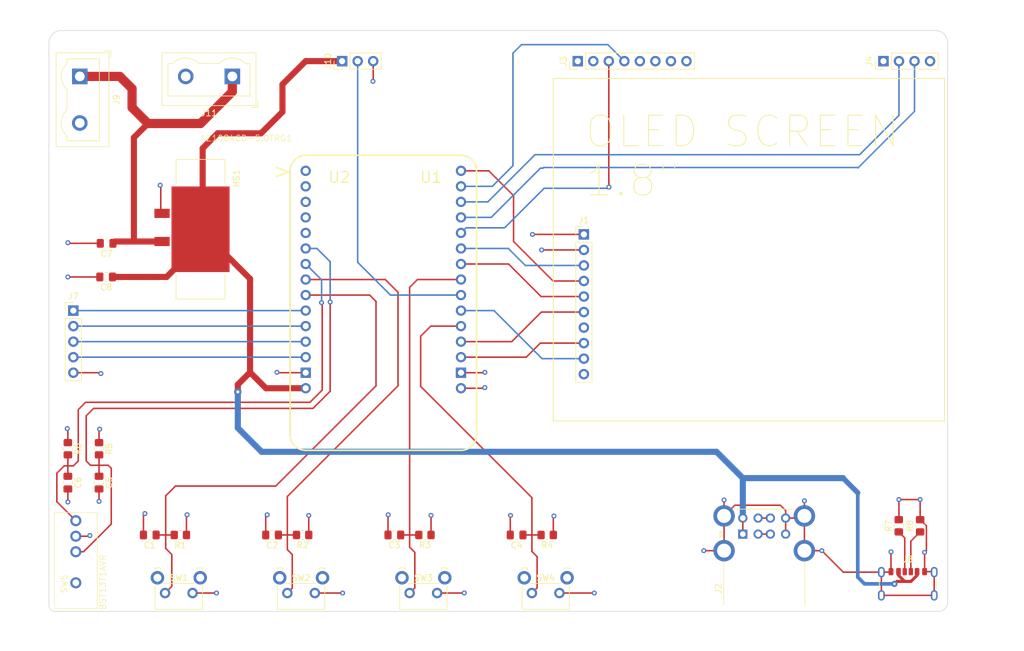
<source format=kicad_pcb>
(kicad_pcb (version 20240108) (generator "pcbnew") (generator_version "8.0")
  (title_block (title "PCB pour le shield de la table") (date "2024-10-11") (rev "1.0") (company "Cégep de Saint-Laurent") (comment 1 "243.BA Internet et Robotique") (comment 2 "XU, Jia Peng"))
  (layers (0 "F.Cu" signal) (1 "In1.Cu" power) (2 "In2.Cu" power) (31 "B.Cu" signal) (34 "B.Paste" user) (35 "F.Paste" user) (36 "B.SilkS" user "B.Silkscreen") (37 "F.SilkS" user "F.Silkscreen") (38 "B.Mask" user) (39 "F.Mask" user) (44 "Edge.Cuts" user))
  (net 0 "")
  (net 1 "SW1_OUT")
  (net 2 "GND")
  (net 3 "SW2_OUT")
  (net 4 "SW3_OUT")
  (net 5 "SW4_OUT")
  (net 6 "SW5_OUT1")
  (net 7 "SW5_OUT2")
  (net 8 "+12V")
  (net 9 "+5V")
  (net 10 "+3V3")
  (net 11 "LCD_CS")
  (net 12 "DC")
  (net 14 "RST")
  (net 16 "SCK")
  (net 17 "MISO")
  (net 18 "MOSI")
  (net 19 "Net-(J2-D1+)")
  (net 20 "Net-(J2-D2+)")
  (net 21 "MPU6050 SDA")
  (net 23 "MPU6050 SCL")
  (net 27 "US TRIG")
  (net 28 "US ECHO")
  (net 29 "IN3")
  (net 30 "IN1")
  (net 31 "IN4")
  (net 32 "IN2")
  (net 33 "Net-(J8-CC1)")
  (net 34 "Net-(J8-CC2)")
  (net 35 "LED DATA")
  (footprint "Capacitor_SMD:C_0805_2012Metric_Pad1.18x1.45mm_HandSolder" (layer "F.Cu") (at 76.6 106.4375 -90)
    (property "Reference" "C6" (at 0 -1.68 90) (layer "F.SilkS"))
    (property "Value" "7u7")
    (pad "1" smd roundrect (at -1.0375 0 270) (size 1.175 1.45) (layers "F.Cu" "F.Paste" "F.Mask") (roundrect_rratio 0.212766) (net 7 "SW5_OUT2"))
    (pad "2" smd roundrect (at 1.0375 0 270) (size 1.175 1.45) (layers "F.Cu" "F.Paste" "F.Mask") (roundrect_rratio 0.212766) (net 2 "GND"))
  )
  (footprint "JiaLib:BST13T1AVR" (layer "F.Cu") (at 77.9 122.825 90)
    (property "Reference" "SW5" (at -0.175 -1.9 90) (layer "F.SilkS") (effects (font (thickness 0.1))))
    (property "Value" "SW_SPDT_MSM")
    (fp_text user "BST13T1AVR" (at -4.5 5 90) (layer "F.SilkS") (effects (font (thickness 0.1)) (justify left bottom)))
    (pad "" np_thru_hole circle (at 0 0 90) (size 1.8 1.8) (drill 1.1) (layers "F&B.Cu" "*.Mask"))
    (pad "1" thru_hole circle (at 5.08 0 90) (size 1.8 1.8) (drill 1.1) (layers "*.Cu" "*.Mask") (net 6 "SW5_OUT1"))
    (pad "2" thru_hole circle (at 7.62 0 90) (size 1.8 1.8) (drill 1.1) (layers "*.Cu" "*.Mask") (net 2 "GND"))
    (pad "3" thru_hole circle (at 10.16 0 90) (size 1.8 1.8) (drill 1.1) (layers "*.Cu" "*.Mask") (net 7 "SW5_OUT2"))
  )
  (footprint "0CSL_D1_V1:Tactile_90_TE" (layer "F.Cu") (at 137 124.5 180)
    (property "Reference" "SW3" (at 2.25 2.5 0) (layer "F.SilkS"))
    (property "Value" "SW_Push")
    (pad "" thru_hole circle (at -1.25 2.5) (size 2.2 2.2) (drill 1.3) (layers "*.Cu" "*.Mask"))
    (pad "" thru_hole circle (at 5.75 2.5) (size 2.2 2.2) (drill 1.3) (layers "*.Cu" "*.Mask"))
    (pad "1" thru_hole circle (at 0 0) (size 1.7 1.7) (drill 1) (layers "*.Cu" "*.Mask") (net 2 "GND"))
    (pad "2" thru_hole circle (at 4.5 0) (size 1.7 1.7) (drill 1) (layers "*.Cu" "*.Mask") (net 4 "SW3_OUT"))
  )
  (footprint "TerminalBlock:TerminalBlock_Wuerth_691311400102_P7.62mm" (layer "F.Cu") (at 78.55 40 -90)
    (property "Reference" "J9" (at 3.81 -6 90) (layer "F.SilkS"))
    (property "Value" "Dual H-Brdige Power")
    (pad "1" thru_hole rect (at 0 0 270) (size 2.54 2.54) (drill 1.6) (layers "*.Cu" "*.Mask") (net 8 "+12V"))
    (pad "2" thru_hole circle (at 7.62 0 270) (size 2.54 2.54) (drill 1.6) (layers "*.Cu" "*.Mask") (net 2 "GND"))
  )
  (footprint "TerminalBlock:TerminalBlock_Wuerth_691311400102_P7.62mm" (layer "F.Cu") (at 103.5 40 180)
    (property "Reference" "J11" (at 3.81 -6 0) (layer "F.SilkS"))
    (property "Value" "PSU screw terminal")
    (pad "1" thru_hole rect (at 0 0 180) (size 2.54 2.54) (drill 1.6) (layers "*.Cu" "*.Mask") (net 8 "+12V"))
    (pad "2" thru_hole circle (at 7.62 0 180) (size 2.54 2.54) (drill 1.6) (layers "*.Cu" "*.Mask") (net 2 "GND"))
  )
  (footprint "Connector_USB:USB_C_Receptacle_GCT_USB4125-xx-x-0190_6P_TopMnt_Horizontal" (layer "F.Cu") (at 213.98 124.08)
    (property "Reference" "J8" (at 0 -5.1 0) (layer "F.SilkS"))
    (property "Value" "USB_C_Receptacle_PowerOnly_6P")
    (pad "A5" smd roundrect (at -0.5 -3.08) (size 0.7 1.2) (layers "F.Cu" "F.Paste" "F.Mask") (net 33 "Net-(J8-CC1)"))
    (pad "A9" smd roundrect (at 1.52 -3.08 180) (size 0.76 1.2) (layers "F.Cu" "F.Paste" "F.Mask") (net 9 "+5V"))
    (pad "A12" smd roundrect (at 2.75 -3.08 180) (size 0.8 1.2) (layers "F.Cu" "F.Paste" "F.Mask") (net 2 "GND"))
    (pad "B5" smd roundrect (at 0.5 -3.08 180) (size 0.7 1.2) (layers "F.Cu" "F.Paste" "F.Mask") (net 34 "Net-(J8-CC2)"))
    (pad "B9" smd roundrect (at -1.52 -3.08) (size 0.76 1.2) (layers "F.Cu" "F.Paste" "F.Mask") (net 9 "+5V"))
    (pad "B12" smd roundrect (at -2.75 -3.08) (size 0.8 1.2) (layers "F.Cu" "F.Paste" "F.Mask") (net 2 "GND"))
    (pad "S1" thru_hole oval (at -4.32 -3) (size 1.1 1.7) (drill oval 0.6 1.2) (layers "*.Cu" "*.Mask" "F.Paste") (net 2 "GND"))
    (pad "S1" thru_hole oval (at -4.32 0.8) (size 1.1 1.7) (drill oval 0.6 1.2) (layers "*.Cu" "*.Mask" "F.Paste") (net 2 "GND"))
    (pad "S1" thru_hole oval (at 4.32 -3) (size 1.1 1.7) (drill oval 0.6 1.2) (layers "*.Cu" "*.Mask" "F.Paste") (net 2 "GND"))
    (pad "S1" thru_hole oval (at 4.32 0.8) (size 1.1 1.7) (drill oval 0.6 1.2) (layers "*.Cu" "*.Mask" "F.Paste") (net 2 "GND"))
  )
  (footprint "Resistor_SMD:R_0805_2012Metric_Pad1.20x1.40mm_HandSolder" (layer "F.Cu") (at 135 115 180)
    (property "Reference" "R3" (at 0 -1.65 0) (layer "F.SilkS"))
    (property "Value" "10k")
    (pad "1" smd roundrect (at -1 0 180) (size 1.2 1.4) (layers "F.Cu" "F.Paste" "F.Mask") (roundrect_rratio 0.208333) (net 10 "+3V3"))
    (pad "2" smd roundrect (at 1 0 180) (size 1.2 1.4) (layers "F.Cu" "F.Paste" "F.Mask") (roundrect_rratio 0.208333) (net 4 "SW3_OUT"))
  )
  (footprint "Capacitor_SMD:C_0805_2012Metric_Pad1.18x1.45mm_HandSolder" (layer "F.Cu") (at 110 115 180)
    (property "Reference" "C2" (at 0 -1.68 0) (layer "F.SilkS"))
    (property "Value" "7u7")
    (pad "1" smd roundrect (at -1.0375 0 180) (size 1.175 1.45) (layers "F.Cu" "F.Paste" "F.Mask") (roundrect_rratio 0.212766) (net 3 "SW2_OUT"))
    (pad "2" smd roundrect (at 1.0375 0 180) (size 1.175 1.45) (layers "F.Cu" "F.Paste" "F.Mask") (roundrect_rratio 0.212766) (net 2 "GND"))
  )
  (footprint "Connector_PinHeader_2.54mm:PinHeader_1x05_P2.54mm_Vertical" (layer "F.Cu") (at 77.5 78.3)
    (property "Reference" "J7" (at 0 -2.33 0) (layer "F.SilkS"))
    (property "Value" "Dual H-Bridge Control")
    (pad "1" thru_hole rect (at 0 0) (size 1.7 1.7) (drill 1) (layers "*.Cu" "*.Mask") (net 30 "IN1"))
    (pad "2" thru_hole oval (at 0 2.54) (size 1.7 1.7) (drill 1) (layers "*.Cu" "*.Mask") (net 32 "IN2"))
    (pad "3" thru_hole oval (at 0 5.08) (size 1.7 1.7) (drill 1) (layers "*.Cu" "*.Mask") (net 29 "IN3"))
    (pad "4" thru_hole oval (at 0 7.62) (size 1.7 1.7) (drill 1) (layers "*.Cu" "*.Mask") (net 31 "IN4"))
    (pad "5" thru_hole oval (at 0 10.16) (size 1.7 1.7) (drill 1) (layers "*.Cu" "*.Mask") (net 2 "GND"))
  )
  (footprint "Connector_USB:USB_A_CUI_UJ2-ADH-TH_Horizontal_Stacked" (layer "F.Cu") (at 187 114.857685 90)
    (property "Reference" "J2" (at -8.92 -3.99 90) (layer "F.SilkS"))
    (property "Value" "USB_A_Stacked")
    (pad "1" thru_hole rect (at 0 0 90) (size 1.5 1.5) (drill 0.92) (layers "*.Cu" "*.Mask") (net 9 "+5V"))
    (pad "2" thru_hole circle (at 0 2.5 90) (size 1.5 1.5) (drill 0.92) (layers "*.Cu" "*.Mask") (net 19 "Net-(J2-D1+)"))
    (pad "3" thru_hole circle (at 0 4.5 90) (size 1.5 1.5) (drill 0.92) (layers "*.Cu" "*.Mask") (net 19 "Net-(J2-D1+)"))
    (pad "4" thru_hole circle (at 0 7 90) (size 1.5 1.5) (drill 0.92) (layers "*.Cu" "*.Mask") (net 2 "GND"))
    (pad "5" thru_hole circle (at 2.62 0 90) (size 1.5 1.5) (drill 0.92) (layers "*.Cu" "*.Mask") (net 9 "+5V"))
    (pad "6" thru_hole circle (at 2.62 2.5 90) (size 1.5 1.5) (drill 0.92) (layers "*.Cu" "*.Mask") (net 20 "Net-(J2-D2+)"))
    (pad "7" thru_hole circle (at 2.62 4.5 90) (size 1.5 1.5) (drill 0.92) (layers "*.Cu" "*.Mask") (net 20 "Net-(J2-D2+)"))
    (pad "8" thru_hole circle (at 2.62 7 90) (size 1.5 1.5) (drill 0.92) (layers "*.Cu" "*.Mask") (net 2 "GND"))
    (pad "9" thru_hole circle (at -2.71 -3.07 90) (size 3.5 3.5) (drill 2.3) (layers "*.Cu" "*.Mask") (net 2 "GND"))
    (pad "9" thru_hole circle (at -2.71 10.07 90) (size 3.5 3.5) (drill 2.3) (layers "*.Cu" "*.Mask") (net 2 "GND"))
    (pad "9" thru_hole circle (at 2.97 -3.07 90) (size 3.5 3.5) (drill 2.3) (layers "*.Cu" "*.Mask") (net 2 "GND"))
    (pad "9" thru_hole circle (at 2.97 10.07 90) (size 3.5 3.5) (drill 2.3) (layers "*.Cu" "*.Mask") (net 2 "GND"))
  )
  (footprint "Capacitor_SMD:C_0805_2012Metric_Pad1.18x1.45mm_HandSolder" (layer "F.Cu") (at 81.7 106.4375 -90)
    (property "Reference" "C5" (at 0 -1.68 90) (layer "F.SilkS"))
    (property "Value" "7u7")
    (pad "1" smd roundrect (at -1.0375 0 270) (size 1.175 1.45) (layers "F.Cu" "F.Paste" "F.Mask") (roundrect_rratio 0.212766) (net 6 "SW5_OUT1"))
    (pad "2" smd roundrect (at 1.0375 0 270) (size 1.175 1.45) (layers "F.Cu" "F.Paste" "F.Mask") (roundrect_rratio 0.212766) (net 2 "GND"))
  )
  (footprint "Capacitor_SMD:C_0805_2012Metric_Pad1.18x1.45mm_HandSolder" (layer "F.Cu") (at 82.9375 67.3 180)
    (property "Reference" "C7" (at 0 -1.68 0) (layer "F.SilkS"))
    (property "Value" "10u")
    (pad "1" smd roundrect (at -1.0375 0 180) (size 1.175 1.45) (layers "F.Cu" "F.Paste" "F.Mask") (roundrect_rratio 0.212766) (net 8 "+12V"))
    (pad "2" smd roundrect (at 1.0375 0 180) (size 1.175 1.45) (layers "F.Cu" "F.Paste" "F.Mask") (roundrect_rratio 0.212766) (net 2 "GND"))
  )
  (footprint "Connector_PinHeader_2.54mm:PinHeader_1x10_P2.54mm_Vertical" (layer "F.Cu") (at 161 65.84)
    (property "Reference" "J1" (at 0 -2.33 0) (layer "F.SilkS"))
    (property "Value" "1.8\" OLED DISPLAY")
    (pad "1" thru_hole rect (at 0 0) (size 1.7 1.7) (drill 1) (layers "*.Cu" "*.Mask") (net 10 "+3V3"))
    (pad "2" thru_hole oval (at 0 2.54) (size 1.7 1.7) (drill 1) (layers "*.Cu" "*.Mask") (net 2 "GND"))
    (pad "3" thru_hole oval (at 0 5.08) (size 1.7 1.7) (drill 1) (layers "*.Cu" "*.Mask") (net 17 "MISO"))
    (pad "4" thru_hole oval (at 0 7.62) (size 1.7 1.7) (drill 1) (layers "*.Cu" "*.Mask") (net 18 "MOSI"))
    (pad "5" thru_hole oval (at 0 10.16) (size 1.7 1.7) (drill 1) (layers "*.Cu" "*.Mask") (net 16 "SCK"))
    (pad "6" thru_hole oval (at 0 12.7) (size 1.7 1.7) (drill 1) (layers "*.Cu" "*.Mask") (net 11 "LCD_CS"))
    (pad "7" thru_hole oval (at 0 15.24) (size 1.7 1.7) (drill 1) (layers "*.Cu" "*.Mask"))
    (pad "8" thru_hole oval (at 0 17.78) (size 1.7 1.7) (drill 1) (layers "*.Cu" "*.Mask") (net 12 "DC"))
    (pad "9" thru_hole oval (at 0 20.32) (size 1.7 1.7) (drill 1) (layers "*.Cu" "*.Mask") (net 14 "RST"))
    (pad "10" thru_hole oval (at 0 22.86) (size 1.7 1.7) (drill 1) (layers "*.Cu" "*.Mask"))
  )
  (footprint "Capacitor_SMD:C_0805_2012Metric_Pad1.18x1.45mm_HandSolder" (layer "F.Cu") (at 150 115 180)
    (property "Reference" "C4" (at 0 -1.68 0) (layer "F.SilkS"))
    (property "Value" "7u7")
    (pad "1" smd roundrect (at -1.0375 0 180) (size 1.175 1.45) (layers "F.Cu" "F.Paste" "F.Mask") (roundrect_rratio 0.212766) (net 5 "SW4_OUT"))
    (pad "2" smd roundrect (at 1.0375 0 180) (size 1.175 1.45) (layers "F.Cu" "F.Paste" "F.Mask") (roundrect_rratio 0.212766) (net 2 "GND"))
  )
  (footprint "HEATSINK_573100D00000G:HEATSINK_573100D00000G" (layer "F.Cu") (at 98.3 65 -90)
    (property "Reference" "HS1" (at -8.325 -5.875 90) (layer "F.SilkS"))
    (property "Value" "Heatsink_Pad")
    (pad "1" smd rect (at 0 0 270) (size 14 9.5) (layers "F.Cu") (net 9 "+5V"))
  )
  (footprint "Resistor_SMD:R_0805_2012Metric_Pad1.20x1.40mm_HandSolder" (layer "F.Cu") (at 95 115 180)
    (property "Reference" "R1" (at 0 -1.65 0) (layer "F.SilkS"))
    (property "Value" "10k")
    (pad "1" smd roundrect (at -1 0 180) (size 1.2 1.4) (layers "F.Cu" "F.Paste" "F.Mask") (roundrect_rratio 0.208333) (net 10 "+3V3"))
    (pad "2" smd roundrect (at 1 0 180) (size 1.2 1.4) (layers "F.Cu" "F.Paste" "F.Mask") (roundrect_rratio 0.208333) (net 1 "SW1_OUT"))
  )
  (footprint "JiaLib:AZ1084CD-5.0TRG1" (layer "F.Cu") (at 107.25 54.7 -90)
    (property "Reference" "U2" (at 1.8 -13.75 0) (layer "F.SilkS") (effects (font (size 1.778 1.778) (thickness 0.2032))))
    (property "Value" "AZ1084-5.0")
    (fp_text user "AZ1084CD-5.0TRG1 " (at -4 9 0) (layer "F.SilkS") (effects (font (thickness 0.1)) (justify left bottom)))
    (pad "1" smd rect (at 7.7 15.25 270) (size 1.5 2.5) (layers "F.Cu" "F.Paste" "F.Mask") (net 2 "GND"))
    (pad "2" smd rect (at 10 8.4 270) (size 7 7) (layers "F.Cu" "F.Paste" "F.Mask") (net 9 "+5V"))
    (pad "3" smd rect (at 12.3 15.25 270) (size 1.5 2.5) (layers "F.Cu" "F.Paste" "F.Mask") (net 8 "+12V"))
  )
  (footprint "Capacitor_SMD:C_0805_2012Metric_Pad1.18x1.45mm_HandSolder" (layer "F.Cu") (at 90 115 180)
    (property "Reference" "C1" (at 0 -1.68 0) (layer "F.SilkS"))
    (property "Value" "7u7")
    (pad "1" smd roundrect (at -1.0375 0 180) (size 1.175 1.45) (layers "F.Cu" "F.Paste" "F.Mask") (roundrect_rratio 0.212766) (net 1 "SW1_OUT"))
    (pad "2" smd roundrect (at 1.0375 0 180) (size 1.175 1.45) (layers "F.Cu" "F.Paste" "F.Mask") (roundrect_rratio 0.212766) (net 2 "GND"))
  )
  (footprint "JiaLib:ESP32_WROOM_32" (layer "F.Cu") (at 128.2 55.44)
    (property "Reference" "U1" (at 7.8 1.06 0) (layer "F.SilkS") (effects (font (size 1.778 1.778) (thickness 0.2032))))
    (property "Value" "ESP32-WROOM-32 DEVBOARD SOCKET")
    (fp_text user ">" (at -16.51 0 0) (layer "F.SilkS") (effects (font (size 2.54 2.54) (thickness 0.254))))
    (pad "1" thru_hole circle (at 12.7 35.56) (size 1.6764 1.6764) (drill 0.9906) (layers "*.Cu" "*.Mask") (net 10 "+3V3"))
    (pad "2" thru_hole rect (at 12.7 33.02) (size 1.6764 1.6764) (drill 0.9906) (layers "*.Cu" "*.Mask") (net 2 "GND"))
    (pad "3" thru_hole circle (at 12.7 30.48) (size 1.6764 1.6764) (drill 0.9906) (layers "*.Cu" "*.Mask") (net 12 "DC"))
    (pad "4" thru_hole circle (at 12.7 27.94) (size 1.6764 1.6764) (drill 0.9906) (layers "*.Cu" "*.Mask") (net 11 "LCD_CS"))
    (pad "5" thru_hole circle (at 12.7 25.4) (size 1.6764 1.6764) (drill 0.9906) (layers "*.Cu" "*.Mask") (net 5 "SW4_OUT"))
    (pad "6" thru_hole circle (at 12.7 22.86) (size 1.6764 1.6764) (drill 0.9906) (layers "*.Cu" "*.Mask") (net 14 "RST"))
    (pad "7" thru_hole circle (at 12.7 20.32) (size 1.6764 1.6764) (drill 0.9906) (layers "*.Cu" "*.Mask") (net 35 "LED DATA"))
    (pad "8" thru_hole circle (at 12.7 17.78) (size 1.6764 1.6764) (drill 0.9906) (layers "*.Cu" "*.Mask") (net 4 "SW3_OUT"))
    (pad "9" thru_hole circle (at 12.7 15.24) (size 1.6764 1.6764) (drill 0.9906) (layers "*.Cu" "*.Mask") (net 16 "SCK"))
    (pad "10" thru_hole circle (at 12.7 12.7) (size 1.6764 1.6764) (drill 0.9906) (layers "*.Cu" "*.Mask") (net 17 "MISO"))
    (pad "11" thru_hole circle (at 12.7 10.16) (size 1.6764 1.6764) (drill 0.9906) (layers "*.Cu" "*.Mask") (net 21 "MPU6050 SDA"))
    (pad "12" thru_hole circle (at 12.7 7.62) (size 1.6764 1.6764) (drill 0.9906) (layers "*.Cu" "*.Mask") (net 28 "US ECHO"))
    (pad "13" thru_hole circle (at 12.7 5.08) (size 1.6764 1.6764) (drill 0.9906) (layers "*.Cu" "*.Mask") (net 27 "US TRIG"))
    (pad "14" thru_hole circle (at 12.7 2.54) (size 1.6764 1.6764) (drill 0.9906) (layers "*.Cu" "*.Mask") (net 23 "MPU6050 SCL"))
    (pad "15" thru_hole circle (at 12.7 0) (size 1.6764 1.6764) (drill 0.9906) (layers "*.Cu" "*.Mask") (net 18 "MOSI"))
    (pad "16" thru_hole circle (at -12.7 35.56) (size 1.6764 1.6764) (drill 0.9906) (layers "*.Cu" "*.Mask") (net 9 "+5V"))
    (pad "17" thru_hole trapezoid (at -12.7 33.02) (size 1.6764 1.6764) (drill 0.9906) (layers "*.Cu" "*.Mask") (net 2 "GND"))
    (pad "18" thru_hole circle (at -12.7 30.48) (size 1.6764 1.6764) (drill 0.9906) (layers "*.Cu" "*.Mask") (net 31 "IN4"))
    (pad "19" thru_hole circle (at -12.7 27.94) (size 1.6764 1.6764) (drill 0.9906) (layers "*.Cu" "*.Mask") (net 29 "IN3"))
    (pad "20" thru_hole circle (at -12.7 25.4) (size 1.6764 1.6764) (drill 0.9906) (layers "*.Cu" "*.Mask") (net 32 "IN2"))
    (pad "21" thru_hole circle (at -12.7 22.86) (size 1.6764 1.6764) (drill 0.9906) (layers "*.Cu" "*.Mask") (net 30 "IN1"))
    (pad "22" thru_hole circle (at -12.7 20.32) (size 1.6764 1.6764) (drill 0.9906) (layers "*.Cu" "*.Mask") (net 1 "SW1_OUT"))
    (pad "23" thru_hole circle (at -12.7 17.78) (size 1.6764 1.6764) (drill 0.9906) (layers "*.Cu" "*.Mask") (net 3 "SW2_OUT"))
    (pad "24" thru_hole circle (at -12.7 15.24) (size 1.6764 1.6764) (drill 0.9906) (layers "*.Cu" "*.Mask") (net 7 "SW5_OUT2"))
    (pad "25" thru_hole circle (at -12.7 12.7) (size 1.6764 1.6764) (drill 0.9906) (layers "*.Cu" "*.Mask") (net 6 "SW5_OUT1"))
    (pad "26" thru_hole circle (at -12.7 10.16) (size 1.6764 1.6764) (drill 0.9906) (layers "*.Cu" "*.Mask"))
    (pad "27" thru_hole circle (at -12.7 7.62) (size 1.6764 1.6764) (drill 0.9906) (layers "*.Cu" "*.Mask"))
    (pad "28" thru_hole circle (at -12.7 5.08) (size 1.6764 1.6764) (drill 0.9906) (layers "*.Cu" "*.Mask"))
    (pad "29" thru_hole circle (at -12.7 2.54) (size 1.6764 1.6764) (drill 0.9906) (layers "*.Cu" "*.Mask"))
    (pad "30" thru_hole circle (at -12.7 0) (size 1.6764 1.6764) (drill 0.9906) (layers "*.Cu" "*.Mask"))
  )
  (footprint "Resistor_SMD:R_0805_2012Metric_Pad1.20x1.40mm_HandSolder" (layer "F.Cu") (at 212.5 113.5 90)
    (property "Reference" "R7" (at 0 -1.65 90) (layer "F.SilkS"))
    (property "Value" "5k1")
    (pad "1" smd roundrect (at -1 0 90) (size 1.2 1.4) (layers "F.Cu" "F.Paste" "F.Mask") (roundrect_rratio 0.208333) (net 33 "Net-(J8-CC1)"))
    (pad "2" smd roundrect (at 1 0 90) (size 1.2 1.4) (layers "F.Cu" "F.Paste" "F.Mask") (roundrect_rratio 0.208333) (net 2 "GND"))
  )
  (footprint "Capacitor_SMD:C_0805_2012Metric_Pad1.18x1.45mm_HandSolder" (layer "F.Cu") (at 130 115 180)
    (property "Reference" "C3" (at 0 -1.68 0) (layer "F.SilkS"))
    (property "Value" "7u7")
    (pad "1" smd roundrect (at -1.0375 0 180) (size 1.175 1.45) (layers "F.Cu" "F.Paste" "F.Mask") (roundrect_rratio 0.212766) (net 4 "SW3_OUT"))
    (pad "2" smd roundrect (at 1.0375 0 180) (size 1.175 1.45) (layers "F.Cu" "F.Paste" "F.Mask") (roundrect_rratio 0.212766) (net 2 "GND"))
  )
  (footprint "0CSL_D1_V1:Tactile_90_TE" (layer "F.Cu") (at 97 124.5 180)
    (property "Reference" "SW1" (at 2.25 2.5 0) (layer "F.SilkS"))
    (property "Value" "SW_Push")
    (pad "" thru_hole circle (at -1.25 2.5) (size 2.2 2.2) (drill 1.3) (layers "*.Cu" "*.Mask"))
    (pad "" thru_hole circle (at 5.75 2.5) (size 2.2 2.2) (drill 1.3) (layers "*.Cu" "*.Mask"))
    (pad "1" thru_hole circle (at 0 0) (size 1.7 1.7) (drill 1) (layers "*.Cu" "*.Mask") (net 2 "GND"))
    (pad "2" thru_hole circle (at 4.5 0) (size 1.7 1.7) (drill 1) (layers "*.Cu" "*.Mask") (net 1 "SW1_OUT"))
  )
  (footprint "Resistor_SMD:R_0805_2012Metric_Pad1.20x1.40mm_HandSolder" (layer "F.Cu") (at 216 113.5 90)
    (property "Reference" "R8" (at 0 -1.65 90) (layer "F.SilkS"))
    (property "Value" "5k1")
    (pad "1" smd roundrect (at -1 0 90) (size 1.2 1.4) (layers "F.Cu" "F.Paste" "F.Mask") (roundrect_rratio 0.208333) (net 34 "Net-(J8-CC2)"))
    (pad "2" smd roundrect (at 1 0 90) (size 1.2 1.4) (layers "F.Cu" "F.Paste" "F.Mask") (roundrect_rratio 0.208333) (net 2 "GND"))
  )
  (footprint "0CSL_D1_V1:Tactile_90_TE" (layer "F.Cu") (at 157 124.5 180)
    (property "Reference" "SW4" (at 2.25 2.5 0) (layer "F.SilkS"))
    (property "Value" "SW_Push")
    (pad "" thru_hole circle (at -1.25 2.5) (size 2.2 2.2) (drill 1.3) (layers "*.Cu" "*.Mask"))
    (pad "" thru_hole circle (at 5.75 2.5) (size 2.2 2.2) (drill 1.3) (layers "*.Cu" "*.Mask"))
    (pad "1" thru_hole circle (at 0 0) (size 1.7 1.7) (drill 1) (layers "*.Cu" "*.Mask") (net 2 "GND"))
    (pad "2" thru_hole circle (at 4.5 0) (size 1.7 1.7) (drill 1) (layers "*.Cu" "*.Mask") (net 5 "SW4_OUT"))
  )
  (footprint "Capacitor_SMD:C_0805_2012Metric_Pad1.18x1.45mm_HandSolder" (layer "F.Cu") (at 82.8625 72.8 180)
    (property "Reference" "C8" (at 0 -1.68 0) (layer "F.SilkS"))
    (property "Value" "22u")
    (pad "1" smd roundrect (at -1.0375 0 180) (size 1.175 1.45) (layers "F.Cu" "F.Paste" "F.Mask") (roundrect_rratio 0.212766) (net 9 "+5V"))
    (pad "2" smd roundrect (at 1.0375 0 180) (size 1.175 1.45) (layers "F.Cu" "F.Paste" "F.Mask") (roundrect_rratio 0.212766) (net 2 "GND"))
  )
  (footprint "Connector_PinHeader_2.54mm:PinHeader_1x08_P2.54mm_Vertical" (layer "F.Cu") (at 160 37.5 90)
    (property "Reference" "J3" (at 0 -2.33 90) (layer "F.SilkS"))
    (property "Value" "MPU6050")
    (pad "1" thru_hole rect (at 0 0 90) (size 1.7 1.7) (drill 1) (layers "*.Cu" "*.Mask") (net 10 "+3V3"))
    (pad "2" thru_hole oval (at 0 2.54 90) (size 1.7 1.7) (drill 1) (layers "*.Cu" "*.Mask") (net 2 "GND"))
    (pad "3" thru_hole oval (at 0 5.08 90) (size 1.7 1.7) (drill 1) (layers "*.Cu" "*.Mask") (net 21 "MPU6050 SDA"))
    (pad "4" thru_hole oval (at 0 7.62 90) (size 1.7 1.7) (drill 1) (layers "*.Cu" "*.Mask") (net 23 "MPU6050 SCL"))
    (pad "5" thru_hole oval (at 0 10.16 90) (size 1.7 1.7) (drill 1) (layers "*.Cu" "*.Mask"))
    (pad "6" thru_hole oval (at 0 12.7 90) (size 1.7 1.7) (drill 1) (layers "*.Cu" "*.Mask"))
    (pad "7" thru_hole oval (at 0 15.24 90) (size 1.7 1.7) (drill 1) (layers "*.Cu" "*.Mask"))
    (pad "8" thru_hole oval (at 0 17.78 90) (size 1.7 1.7) (drill 1) (layers "*.Cu" "*.Mask"))
  )
  (footprint "Resistor_SMD:R_0805_2012Metric_Pad1.20x1.40mm_HandSolder" (layer "F.Cu") (at 155 115 180)
    (property "Reference" "R4" (at 0 -1.65 0) (layer "F.SilkS"))
    (property "Value" "10k")
    (pad "1" smd roundrect (at -1 0 180) (size 1.2 1.4) (layers "F.Cu" "F.Paste" "F.Mask") (roundrect_rratio 0.208333) (net 10 "+3V3"))
    (pad "2" smd roundrect (at 1 0 180) (size 1.2 1.4) (layers "F.Cu" "F.Paste" "F.Mask") (roundrect_rratio 0.208333) (net 5 "SW4_OUT"))
  )
  (footprint "Resistor_SMD:R_0805_2012Metric_Pad1.20x1.40mm_HandSolder" (layer "F.Cu") (at 115 115 180)
    (property "Reference" "R2" (at 0 -1.65 0) (layer "F.SilkS"))
    (property "Value" "10k")
    (pad "1" smd roundrect (at -1 0 180) (size 1.2 1.4) (layers "F.Cu" "F.Paste" "F.Mask") (roundrect_rratio 0.208333) (net 10 "+3V3"))
    (pad "2" smd roundrect (at 1 0 180) (size 1.2 1.4) (layers "F.Cu" "F.Paste" "F.Mask") (roundrect_rratio 0.208333) (net 3 "SW2_OUT"))
  )
  (footprint "0CSL_D1_V1:Tactile_90_TE" (layer "F.Cu") (at 117 124.5 180)
    (property "Reference" "SW2" (at 2.25 2.5 0) (layer "F.SilkS"))
    (property "Value" "SW_Push")
    (pad "" thru_hole circle (at -1.25 2.5) (size 2.2 2.2) (drill 1.3) (layers "*.Cu" "*.Mask"))
    (pad "" thru_hole circle (at 5.75 2.5) (size 2.2 2.2) (drill 1.3) (layers "*.Cu" "*.Mask"))
    (pad "1" thru_hole circle (at 0 0) (size 1.7 1.7) (drill 1) (layers "*.Cu" "*.Mask") (net 2 "GND"))
    (pad "2" thru_hole circle (at 4.5 0) (size 1.7 1.7) (drill 1) (layers "*.Cu" "*.Mask") (net 3 "SW2_OUT"))
  )
  (footprint "Resistor_SMD:R_0805_2012Metric_Pad1.20x1.40mm_HandSolder" (layer "F.Cu") (at 81.7 100.9 -90)
    (property "Reference" "R5" (at 0 -1.65 90) (layer "F.SilkS"))
    (property "Value" "10k")
    (pad "1" smd roundrect (at -1 0 270) (size 1.2 1.4) (layers "F.Cu" "F.Paste" "F.Mask") (roundrect_rratio 0.208333) (net 10 "+3V3"))
    (pad "2" smd roundrect (at 1 0 270) (size 1.2 1.4) (layers "F.Cu" "F.Paste" "F.Mask") (roundrect_rratio 0.208333) (net 6 "SW5_OUT1"))
  )
  (footprint "Connector_PinHeader_2.54mm:PinHeader_1x04_P2.54mm_Vertical" (layer "F.Cu") (at 210 37.5 90)
    (property "Reference" "J4" (at 0 -2.33 90) (layer "F.SilkS"))
    (property "Value" "Ultrasonic Sensor")
    (pad "1" thru_hole rect (at 0 0 90) (size 1.7 1.7) (drill 1) (layers "*.Cu" "*.Mask") (net 10 "+3V3"))
    (pad "2" thru_hole oval (at 0 2.54 90) (size 1.7 1.7) (drill 1) (layers "*.Cu" "*.Mask") (net 27 "US TRIG"))
    (pad "3" thru_hole oval (at 0 5.08 90) (size 1.7 1.7) (drill 1) (layers "*.Cu" "*.Mask") (net 28 "US ECHO"))
    (pad "4" thru_hole oval (at 0 7.62 90) (size 1.7 1.7) (drill 1) (layers "*.Cu" "*.Mask") (net 2 "GND"))
  )
  (footprint "Connector_PinHeader_2.54mm:PinHeader_1x03_P2.54mm_Vertical" (layer "F.Cu") (at 121.46 37.5 90)
    (property "Reference" "J10" (at 0 -2.33 90) (layer "F.SilkS"))
    (property "Value" "LED Strip Connector")
    (pad "1" thru_hole rect (at 0 0 90) (size 1.7 1.7) (drill 1) (layers "*.Cu" "*.Mask") (net 9 "+5V"))
    (pad "2" thru_hole oval (at 0 2.54 90) (size 1.7 1.7) (drill 1) (layers "*.Cu" "*.Mask") (net 35 "LED DATA"))
    (pad "3" thru_hole oval (at 0 5.08 90) (size 1.7 1.7) (drill 1) (layers "*.Cu" "*.Mask") (net 2 "GND"))
  )
  (footprint "Resistor_SMD:R_0805_2012Metric_Pad1.20x1.40mm_HandSolder" (layer "F.Cu") (at 76.6 100.9 -90)
    (property "Reference" "R6" (at 0 -1.65 90) (layer "F.SilkS"))
    (property "Value" "10k")
    (pad "1" smd roundrect (at -1 0 270) (size 1.2 1.4) (layers "F.Cu" "F.Paste" "F.Mask") (roundrect_rratio 0.208333) (net 10 "+3V3"))
    (pad "2" smd roundrect (at 1 0 270) (size 1.2 1.4) (layers "F.Cu" "F.Paste" "F.Mask") (roundrect_rratio 0.208333) (net 7 "SW5_OUT2"))
  )
  (gr_line (start 156 40.34) (end 220 40.34) (stroke (width 0.15)) (layer "F.SilkS"))
  (gr_line (start 156 96.34) (end 156 40.34) (stroke (width 0.15)) (layer "F.SilkS"))
  (gr_line (start 220 40.34) (end 220 96.34) (stroke (width 0.15)) (layer "F.SilkS"))
  (gr_line (start 220 96.34) (end 156 96.34) (stroke (width 0.15)) (layer "F.SilkS"))
  (gr_arc (start 73.5 34.5) (mid 74.085786 33.085786) (end 75.5 32.5) (stroke (width 0.1)) (layer "Edge.Cuts"))
  (gr_line (start 73.5 34.5) (end 73.5 126.5) (stroke (width 0.1)) (layer "Edge.Cuts"))
  (gr_line (start 74.5 127.5) (end 99.5 127.5) (stroke (width 0.1)) (layer "Edge.Cuts"))
  (gr_arc (start 74.5 127.5) (mid 73.792893 127.207107) (end 73.5 126.5) (stroke (width 0.1)) (layer "Edge.Cuts"))
  (gr_arc (start 218.5 32.5) (mid 219.914214 33.085786) (end 220.5 34.5) (stroke (width 0.1)) (layer "Edge.Cuts"))
  (gr_arc (start 220.5 126) (mid 220.06066 127.06066) (end 219 127.5) (stroke (width 0.1)) (layer "Edge.Cuts"))
  (gr_line (start 218.5 32.5) (end 75.5 32.5) (stroke (width 0.1)) (layer "Edge.Cuts"))
  (gr_line (start 99.5 127.5) (end 219 127.5) (stroke (width 0.1)) (layer "Edge.Cuts"))
  (gr_line (start 220.5 126) (end 220.5 34.5) (stroke (width 0.1)) (layer "Edge.Cuts"))
  (gr_text "OLED SCREEN \n1.8{dblquote}" (at 161 60 0) (layer "F.SilkS") (effects (font (size 5 5)) (justify left bottom)))
  (segment (start 92.6 115) (end 94 115) (width 0.25) (layer "F.Cu") (net 1))
  (segment (start 93.6 118.2) (end 92.6 117.2) (width 0.25) (layer "F.Cu") (net 1))
  (segment (start 92.6 115) (end 92.6 108.6) (width 0.25) (layer "F.Cu") (net 1))
  (segment (start 93.6 123.4) (end 93.6 118.2) (width 0.25) (layer "F.Cu") (net 1))
  (segment (start 127 90.6) (end 127 76.8) (width 0.25) (layer "F.Cu") (net 1))
  (segment (start 91.0375 115) (end 92.6 115) (width 0.25) (layer "F.Cu") (net 1))
  (segment (start 125.96 75.76) (end 115.5 75.76) (width 0.25) (layer "F.Cu") (net 1))
  (segment (start 92.6 108.6) (end 94.2 107) (width 0.25) (layer "F.Cu") (net 1))
  (segment (start 92.5 124.5) (end 93.6 123.4) (width 0.25) (layer "F.Cu") (net 1))
  (segment (start 94.2 107) (end 110.6 107) (width 0.25) (layer "F.Cu") (net 1))
  (segment (start 110.6 107) (end 127 90.6) (width 0.25) (layer "F.Cu") (net 1))
  (segment (start 127 76.8) (end 125.96 75.76) (width 0.25) (layer "F.Cu") (net 1))
  (segment (start 92.6 117.2) (end 92.6 115) (width 0.25) (layer "F.Cu") (net 1))
  (segment (start 137 124.5) (end 141.41 124.5) (width 0.25) (layer "F.Cu") (net 2))
  (segment (start 212.53 112.5) (end 212.53 109.21) (width 0.25) (layer "F.Cu") (net 2))
  (segment (start 185.679999 110.137686) (end 193.137686 110.137686) (width 0.25) (layer "F.Cu") (net 2))
  (segment (start 77.9 115.205) (end 80.095 115.205) (width 0.25) (layer "F.Cu") (net 2))
  (segment (start 198.93 117.57) (end 199.918843 117.57) (width 0.25) (layer "F.Cu") (net 2))
  (segment (start 218.3 124.88) (end 218.3 121.08) (width 0.25) (layer "F.Cu") (net 2))
  (segment (start 81.9 67.3) (end 76.7 67.3) (width 0.25) (layer "F.Cu") (net 2))
  (segment (start 110.86 88.46) (end 110.8 88.4) (width 0.25) (layer "F.Cu") (net 2))
  (segment (start 209.66 124.88) (end 209.66 121.08) (width 0.25) (layer "F.Cu") (net 2))
  (segment (start 144.74 88.46) (end 144.8 88.4) (width 0.25) (layer "F.Cu") (net 2))
  (segment (start 197.441158 117.57) (end 198.93 117.57) (width 0.25) (layer "F.Cu") (net 2))
  (segment (start 180.61 117.57) (end 180.612315 117.567685) (width 0.25) (layer "F.Cu") (net 2))
  (segment (start 218.3 124.88) (end 209.66 124.88) (width 0.25) (layer "F.Cu") (net 2))
  (segment (start 115.5 88.46) (end 110.86 88.46) (width 0.25) (layer "F.Cu") (net 2))
  (segment (start 126.54 40.76) (end 126.5 40.8) (width 0.25) (layer "F.Cu") (net 2))
  (segment (start 148.9625 115) (end 148.9625 111.8375) (width 0.25) (layer "F.Cu") (net 2))
  (segment (start 183.93 111.887685) (end 185.679999 110.137686) (width 0.25) (layer "F.Cu") (net 2))
  (segment (start 197.07 111.887685) (end 197.07 117.567685) (width 0.25) (layer "F.Cu") (net 2))
  (segment (start 81.825 72.8) (end 76.6 72.8) (width 0.25) (layer "F.Cu") (net 2))
  (segment (start 155.39 68.38) (end 154.09 68.38) (width 0.25) (layer "F.Cu") (net 2))
  (segment (start 140.9 88.46) (end 144.74 88.46) (width 0.25) (layer "F.Cu") (net 2))
  (segment (start 161 68.38) (end 155.39 68.38) (width 0.25) (layer "F.Cu") (net 2))
  (segment (start 197.07 117.567685) (end 198.927685 117.567685) (width 0.25) (layer "F.Cu") (net 2))
  (segment (start 183.93 117.567685) (end 180.612315 117.567685) (width 0.25) (layer "F.Cu") (net 2))
  (segment (start 216.73 121) (end 216.73 117.85) (width 0.25) (layer "F.Cu") (net 2))
  (segment (start 76.7 67.3) (end 76.6 67.2) (width 0.25) (layer "F.Cu") (net 2))
  (segment (start 211.23 121) (end 211.23 117.76) (width 0.25) (layer "F.Cu") (net 2))
  (segment (start 157 124.5) (end 162.7 124.5) (width 0.25) (layer "F.Cu") (net 2))
  (segment (start 88.9625 115) (end 88.9625 111.7375) (width 0.25) (layer "F.Cu") (net 2))
  (segment (start 198.927685 117.567685) (end 198.93 117.57) (width 0.25) (layer "F.Cu") (net 2))
  (segment (start 88.9625 111.7375) (end 89.2 111.5) (width 0.25) (layer "F.Cu") (net 2))
  (segment (start 196.72 112.237685) (end 197.07 111.887685) (width 0.25) (layer "F.Cu") (net 2))
  (segment (start 108.9625 115) (end 108.9625 111.9375) (width 0.25) (layer "F.Cu") (net 2))
  (segment (start 141.41 124.5) (end 141.43 124.48) (width 0.25) (layer "F.Cu") (net 2))
  (segment (start 216.73 121) (end 218.22 121) (width 0.25) (layer "F.Cu") (net 2))
  (segment (start 128.9625 111.7375) (end 129 111.7) (width 0.25) (layer "F.Cu") (net 2))
  (segment (start 216 112.5) (end 216 109.21) (width 0.25) (layer "F.Cu") (net 2))
  (segment (start 194 112.237685) (end 196.72 112.237685) (width 0.25) (layer "F.Cu") (net 2))
  (segment (start 194 111) (end 194 112.237685) (width 0.25) (layer "F.Cu") (net 2))
  (segment (start 128.9625 115) (end 128.9625 111.7375) (width 0.25) (layer "F.Cu") (net 2))
  (segment (start 80.095 115.205) (end 80.2 115.1) (width 0.25) (layer "F.Cu") (net 2))
  (segment (start 216 112.5) (end 217.025 113.525) (width 0.25) (layer "F.Cu") (net 2))
  (segment (start 81.7 107.475) (end 81.7 109.5) (width 0.25) (layer "F.Cu") (net 2))
  (segment (start 108.9625 111.9375) (end 109.2 111.7) (width 0.25) (layer "F.Cu") (net 2))
  (segment (start 117 124.5) (end 121.54 124.5) (width 0.25) (layer "F.Cu") (net 2))
  (segment (start 97 124.5) (end 100.9 124.5) (width 0.25) (layer "F.Cu") (net 2))
  (segment (start 126.54 37.5) (end 126.54 40.76) (width 0.25) (layer "F.Cu") (net 2))
  (segment (start 148.9625 111.8375) (end 149 111.8) (width 0.25) (layer "F.Cu") (net 2))
  (segment (start 211.15 121.08) (end 211.23 121) (width 0.25) (layer "F.Cu") (net 2))
  (segment (start 183.93 111.887685) (end 183.93 109.28) (width 0.25) (layer "F.Cu") (net 2))
  (segment (start 217.025 113.525) (end 217.025 117.555) (width 0.25) (layer "F.Cu") (net 2))
  (segment (start 212.53 109.21) (end 216 109.21) (width 0.25) (layer "F.Cu") (net 2))
  (segment (start 77.5 88.46) (end 81.86 88.46) (width 0.25) (layer "F.Cu") (net 2))
  (segment (start 217.025 117.555) (end 216.73 117.85) (width 0.25) (layer "F.Cu") (net 2))
  (segment (start 199.918843 117.57) (end 203.428843 121.08) (width 0.25) (layer "F.Cu") (net 2))
  (segment (start 197.07 111.887685) (end 197.07 109.41) (width 0.25) (layer "F.Cu") (net 2))
  (segment (start 193.137686 110.137686) (end 194 111) (width 0.25) (layer "F.Cu") (net 2))
  (segment (start 91.8 57.9) (end 91.7 57.8) (width 0.25) (layer "F.Cu") (net 2))
  (segment (start 218.22 121) (end 218.3 121.08) (width 0.25) (layer "F.Cu") (net 2))
  (segment (start 203.428843 121.08) (end 209.66 121.08) (width 0.25) (layer "F.Cu") (net 2))
  (segment (start 76.6 107.475) (end 76.6 109.6) (width 0.25) (layer "F.Cu") (net 2))
  (segment (start 194 114.857685) (end 194 112.237685) (width 0.25) (layer "F.Cu") (net 2))
  (segment (start 81.86 88.46) (end 82 88.6) (width 0.25) (layer "F.Cu") (net 2))
  (segment (start 183.93 117.567685) (end 183.93 111.887685) (width 0.25) (layer "F.Cu") (net 2))
  (segment (start 91.8 62.3) (end 91.8 57.9) (width 0.25) (layer "F.Cu") (net 2))
  (segment (start 209.66 121.08) (end 211.15 121.08) (width 0.25) (layer "F.Cu") (net 2))
  (via (at 162.7 124.5) (size 0.8) (drill 0.4) (layers "F.Cu" "B.Cu") (net 2))
  (via (at 121.54 124.5) (size 0.8) (drill 0.4) (layers "F.Cu" "B.Cu") (net 2))
  (via (at 144.8 88.4) (size 0.8) (drill 0.4) (layers "F.Cu" "B.Cu") (net 2))
  (via (at 110.8 88.4) (size 0.8) (drill 0.4) (layers "F.Cu" "B.Cu") (net 2))
  (via (at 82 88.6) (size 0.8) (drill 0.4) (layers "F.Cu" "B.Cu") (net 2))
  (via (at 100.9 124.5) (size 0.8) (drill 0.4) (layers "F.Cu" "B.Cu") (net 2))
  (via (at 212.53 109.21) (size 0.8) (drill 0.4) (layers "F.Cu" "B.Cu") (net 2))
  (via (at 89.2 111.5) (size 0.8) (drill 0.4) (layers "F.Cu" "B.Cu") (net 2))
  (via (at 81.7 109.5) (size 0.8) (drill 0.4) (layers "F.Cu" "B.Cu") (net 2))
  (via (at 126.5 40.8) (size 0.8) (drill 0.4) (layers "F.Cu" "B.Cu") (net 2))
  (via (at 183.93 109.28) (size 0.8) (drill 0.4) (layers "F.Cu" "B.Cu") (net 2))
  (via (at 199.918843 117.57) (size 0.8) (drill 0.4) (layers "F.Cu" "B.Cu") (net 2))
  (via (at 141.43 124.48) (size 0.8) (drill 0.4) (layers "F.Cu" "B.Cu") (net 2))
  (via (at 109.2 111.7) (size 0.8) (drill 0.4) (layers "F.Cu" "B.Cu") (net 2))
  (via (at 76.6 109.6) (size 0.8) (drill 0.4) (layers "F.Cu" "B.Cu") (net 2))
  (via (at 91.7 57.8) (size 0.8) (drill 0.4) (layers "F.Cu" "B.Cu") (net 2))
  (via (at 76.6 72.8) (size 0.8) (drill 0.4) (layers "F.Cu" "B.Cu") (net 2))
  (via (at 197.07 109.41) (size 0.8) (drill 0.4) (layers "F.Cu" "B.Cu") (net 2))
  (via (at 129 111.7) (size 0.8) (drill 0.4) (layers "F.Cu" "B.Cu") (net 2))
  (via (at 216.73 117.85) (size 0.8) (drill 0.4) (layers "F.Cu" "B.Cu") (net 2))
  (via (at 76.6 67.2) (size 0.8) (drill 0.4) (layers "F.Cu" "B.Cu") (net 2))
  (via (at 149 111.8) (size 0.8) (drill 0.4) (layers "F.Cu" "B.Cu") (net 2))
  (via (at 216 109.21) (size 0.8) (drill 0.4) (layers "F.Cu" "B.Cu") (net 2))
  (via (at 154.09 68.38) (size 0.8) (drill 0.4) (layers "F.Cu" "B.Cu") (net 2))
  (via (at 211.23 117.76) (size 0.8) (drill 0.4) (layers "F.Cu" "B.Cu") (net 2))
  (via (at 80.2 115.1) (size 0.8) (drill 0.4) (layers "F.Cu" "B.Cu") (net 2))
  (via (at 180.61 117.57) (size 0.8) (drill 0.4) (layers "F.Cu" "B.Cu") (net 2))
  (segment (start 113.3 118.5) (end 113.3 118.2) (width 0.25) (layer "F.Cu") (net 3))
  (segment (start 130.6 90.6) (end 130.6 75.3) (width 0.25) (layer "F.Cu") (net 3))
  (segment (start 112.7 117.6) (end 112.5 117.4) (width 0.25) (layer "F.Cu") (net 3))
  (segment (start 128.52 73.22) (end 115.5 73.22) (width 0.25) (layer "F.Cu") (net 3))
  (segment (start 112.5 117.4) (end 112.5 115.2) (width 0.25) (layer "F.Cu") (net 3))
  (segment (start 112.5 115) (end 112.5 108.7) (width 0.25) (layer "F.Cu") (net 3))
  (segment (start 112.5 124.5) (end 113.3 123.7) (width 0.25) (layer "F.Cu") (net 3))
  (segment (start 113.3 123.7) (end 113.3 118.5) (width 0.25) (layer "F.Cu") (net 3))
  (segment (start 112.5 115) (end 114 115) (width 0.25) (layer "F.Cu") (net 3))
  (segment (start 111.0375 115) (end 112.5 115) (width 0.25) (layer "F.Cu") (net 3))
  (segment (start 113.3 118.2) (end 112.7 117.6) (width 0.25) (layer "F.Cu") (net 3))
  (segment (start 112.5 108.7) (end 130.6 90.6) (width 0.25) (layer "F.Cu") (net 3))
  (segment (start 130.6 75.3) (end 128.52 73.22) (width 0.25) (layer "F.Cu") (net 3))
  (segment (start 133.35 123.65) (end 133.35 117.85) (width 0.25) (layer "F.Cu") (net 4))
  (segment (start 133.35 117.85) (end 132.5 117) (width 0.25) (layer "F.Cu") (net 4))
  (segment (start 131.0375 115) (end 132.5 115) (width 0.25) (layer "F.Cu") (net 4))
  (segment (start 132.5 124.5) (end 133.35 123.65) (width 0.25) (layer "F.Cu") (net 4))
  (segment (start 132.5 74.5) (end 133.78 73.22) (width 0.25) (layer "F.Cu") (net 4))
  (segment (start 133.78 73.22) (end 140.9 73.22) (width 0.25) (layer "F.Cu") (net 4))
  (segment (start 132.5 115) (end 134 115) (width 0.25) (layer "F.Cu") (net 4))
  (segment (start 132.5 117) (end 132.5 115) (width 0.25) (layer "F.Cu") (net 4))
  (segment (start 132.5 115) (end 132.5 74.5) (width 0.25) (layer "F.Cu") (net 4))
  (segment (start 152.5 115) (end 152.5 117.7) (width 0.25) (layer "F.Cu") (net 5))
  (segment (start 154 115) (end 152.5 115) (width 0.25) (layer "F.Cu") (net 5))
  (segment (start 152.5 117.7) (end 153.35 118.55) (width 0.25) (layer "F.Cu") (net 5))
  (segment (start 134.3 90.7) (end 134.3 82.5) (width 0.25) (layer "F.Cu") (net 5))
  (segment (start 151.0375 115) (end 152.5 115) (width 0.25) (layer "F.Cu") (net 5))
  (segment (start 134.3 82.5) (end 135.96 80.84) (width 0.25) (layer "F.Cu") (net 5))
  (segment (start 153.35 118.55) (end 153.35 123.65) (width 0.25) (layer "F.Cu") (net 5))
  (segment (start 152.5 108.9) (end 134.3 90.7) (width 0.25) (layer "F.Cu") (net 5))
  (segment (start 135.96 80.84) (end 140.9 80.84) (width 0.25) (layer "F.Cu") (net 5))
  (segment (start 153.35 123.65) (end 152.5 124.5) (width 0.25) (layer "F.Cu") (net 5))
  (segment (start 152.5 115) (end 152.5 108.9) (width 0.25) (layer "F.Cu") (net 5))
  (segment (start 79.6 95.5) (end 80.8 94.3) (width 0.25) (layer "F.Cu") (net 6))
  (segment (start 83.7 113.217792) (end 83.7 104.1) (width 0.25) (layer "F.Cu") (net 6))
  (segment (start 79.6 102.9) (end 79.6 95.5) (width 0.25) (layer "F.Cu") (net 6))
  (segment (start 80.8 94.3) (end 115.5 94.3) (width 0.25) (layer "F.Cu") (net 6))
  (segment (start 83.7 104.1) (end 83.2 103.6) (width 0.25) (layer "F.Cu") (net 6))
  (segment (start 83.2 103.6) (end 81.7 103.6) (width 0.25) (layer "F.Cu") (net 6))
  (segment (start 81.7 103.6) (end 80.3 103.6) (width 0.25) (layer "F.Cu") (net 6))
  (segment (start 119.5 91.5) (end 119.5 76.9) (width 0.25) (layer "F.Cu") (net 6))
  (segment (start 81.7 105.4) (end 81.7 103.6) (width 0.25) (layer "F.Cu") (net 6))
  (segment (start 79.172792 117.745) (end 83.7 113.217792) (width 0.25) (layer "F.Cu") (net 6))
  (segment (start 81.7 103.6) (end 81.7 101.9) (width 0.25) (layer "F.Cu") (net 6))
  (segment (start 77.9 117.745) (end 79.172792 117.745) (width 0.25) (layer "F.Cu") (net 6))
  (segment (start 80.3 103.6) (end 80 103.3) (width 0.25) (layer "F.Cu") (net 6))
  (segment (start 115.5 94.3) (end 116.7 94.3) (width 0.25) (layer "F.Cu") (net 6))
  (segment (start 80 103.3) (end 79.6 102.9) (width 0.25) (layer "F.Cu") (net 6))
  (segment (start 116.7 94.3) (end 119.5 91.5) (width 0.25) (layer "F.Cu") (net 6))
  (via (at 119.5 76.9) (size 0.8) (drill 0.4) (layers "F.Cu" "B.Cu") (net 6))
  (segment (start 117.34 68.14) (end 115.5 68.14) (width 0.25) (layer "B.Cu") (net 6))
  (segment (start 119.5 76.9) (end 119.5 70.3) (width 0.25) (layer "B.Cu") (net 6))
  (segment (start 119.5 70.3) (end 117.34 68.14) (width 0.25) (layer "B.Cu") (net 6))
  (segment (start 77.5 103.7) (end 78.3 102.9) (width 0.25) (layer "F.Cu") (net 7))
  (segment (start 74.8 109.565) (end 74.8 104.9) (width 0.25) (layer "F.Cu") (net 7))
  (segment (start 74.8 104.9) (end 76 103.7) (width 0.25) (layer "F.Cu") (net 7))
  (segment (start 76.6 101.9) (end 76.6 103.7) (width 0.25) (layer "F.Cu") (net 7))
  (segment (start 79.5 93.3) (end 80.3 93.3) (width 0.25) (layer "F.Cu") (net 7))
  (segment (start 118.2 91.3) (end 118.2 77.1) (width 0.25) (layer "F.Cu") (net 7))
  (segment (start 77.9 112.665) (end 74.8 109.565) (width 0.25) (layer "F.Cu") (net 7))
  (segment (start 76.6 103.7) (end 76.6 105.4) (width 0.25) (layer "F.Cu") (net 7))
  (segment (start 76.6 103.7) (end 77.5 103.7) (width 0.25) (layer "F.Cu") (net 7))
  (segment (start 78.3 102.9) (end 78.3 94.5) (width 0.25) (layer "F.Cu") (net 7))
  (segment (start 116.2 93.3) (end 118.2 91.3) (width 0.25) (layer "F.Cu") (net 7))
  (segment (start 80.3 93.3) (end 116.2 93.3) (width 0.25) (layer "F.Cu") (net 7))
  (segment (start 76 103.7) (end 76.6 103.7) (width 0.25) (layer "F.Cu") (net 7))
  (segment (start 118.2 77.1) (end 118.1 77) (width 0.25) (layer "F.Cu") (net 7))
  (segment (start 78.3 94.5) (end 79.5 93.3) (width 0.25) (layer "F.Cu") (net 7))
  (via (at 118.1 77) (size 0.8) (drill 0.4) (layers "F.Cu" "B.Cu") (net 7))
  (segment (start 118.1 73.28) (end 115.5 70.68) (width 0.25) (layer "B.Cu") (net 7))
  (segment (start 118.1 77) (end 118.1 73.28) (width 0.25) (layer "B.Cu") (net 7))
  (segment (start 87.1 42) (end 85.1 40) (width 1.5) (layer "F.Cu") (net 8))
  (segment (start 85.1 40) (end 78.55 40) (width 1.5) (layer "F.Cu") (net 8))
  (segment (start 103.5 40) (end 103.5 42.5) (width 1.5) (layer "F.Cu") (net 8))
  (segment (start 89.7 47.7) (end 87.1 45.1) (width 1.5) (layer "F.Cu") (net 8))
  (segment (start 87.4 67) (end 91.7 67) (width 1) (layer "F.Cu") (net 8))
  (segment (start 91.7 67) (end 91.8 66.9) (width 1) (layer "F.Cu") (net 8))
  (segment (start 87.4 67) (end 84.275 67) (width 1) (layer "F.Cu") (net 8))
  (segment (start 98.3 47.7) (end 89.7 47.7) (width 1.5) (layer "F.Cu") (net 8))
  (segment (start 87.4 50) (end 87.4 67) (width 1) (layer "F.Cu") (net 8))
  (segment (start 89.7 47.7) (end 87.4 50) (width 1) (layer "F.Cu") (net 8))
  (segment (start 103.5 42.5) (end 98.3 47.7) (width 1.5) (layer "F.Cu") (net 8))
  (segment (start 87.1 45.1) (end 87.1 42) (width 1.5) (layer "F.Cu") (net 8))
  (segment (start 84.275 67) (end 83.975 67.3) (width 1) (layer "F.Cu") (net 8))
  (segment (start 101.1 49.3) (end 108.2 49.3) (width 1) (layer "F.Cu") (net 9))
  (segment (start 98.3 65) (end 106.4 73.1) (width 1) (layer "F.Cu") (net 9))
  (segment (start 89.9 72.8) (end 83.9 72.8) (width 1) (layer "F.Cu") (net 9))
  (segment (start 100.425 61.175) (end 100.6 61.175) (width 0.25) (layer "F.Cu") (net 9))
  (segment (start 98.3 65) (end 98.3 63.3) (width 0.25) (layer "F.Cu") (net 9))
  (segment (start 214.5 122.6) (end 215.5 121.6) (width 0.5) (layer "F.Cu") (net 9))
  (segment (start 98.3 65) (end 98.3 67.25) (width 0.25) (layer "F.Cu") (net 9))
  (segment (start 111.7 41.3) (end 115.5 37.5) (width 1) (layer "F.Cu") (net 9))
  (segment (start 215.5 121.6) (end 215.5 121) (width 0.25) (layer "F.Cu") (net 9))
  (segment (start 212.2 122.6) (end 211.8 123) (width 0.5) (layer "F.Cu") (net 9))
  (segment (start 213.6 122.6) (end 212.2 122.6) (width 0.5) (layer "F.Cu") (net 9))
  (segment (start 104.4 90.4) (end 104.4 91.6) (width 1) (layer "F.Cu") (net 9))
  (segment (start 213.6 122.6) (end 214.5 122.6) (width 0.5) (layer "F.Cu") (net 9))
  (segment (start 187 114.857685) (end 187 112.237685) (width 0.25) (layer "F.Cu") (net 9))
  (segment (start 212.46 121) (end 212.46 121.6) (width 0.25) (layer "F.Cu") (net 9))
  (segment (start 106.4 73.1) (end 106.4 88.4) (width 1) (layer "F.Cu") (net 9))
  (segment (start 111.7 45.8) (end 111.7 41.3) (width 1) (layer "F.Cu") (net 9))
  (segment (start 212.46 121.6) (end 213.46 122.6) (width 0.5) (layer "F.Cu") (net 9))
  (segment (start 213.46 122.6) (end 213.6 122.6) (width 0.25) (layer "F.Cu") (net 9))
  (segment (start 106.4 88.4) (end 109 91) (width 1) (layer "F.Cu") (net 9))
  (segment (start 115.5 37.5) (end 121.46 37.5) (width 1) (layer "F.Cu") (net 9))
  (segment (start 98.3 63.3) (end 100.425 61.175) (width 0.25) (layer "F.Cu") (net 9))
  (segment (start 109 91) (end 115.5 91) (width 1) (layer "F.Cu") (net 9))
  (segment (start 98.65 64.6) (end 98.65 51.75) (width 1) (layer "F.Cu") (net 9))
  (segment (start 106.4 88.4) (end 104.4 90.4) (width 1) (layer "F.Cu") (net 9))
  (segment (start 98.65 51.75) (end 101.1 49.3) (width 1) (layer "F.Cu") (net 9))
  (segment (start 108.2 49.3) (end 111.7 45.8) (width 1) (layer "F.Cu") (net 9))
  (segment (start 98.3 67.25) (end 92.75 72.8) (width 1) (layer "F.Cu") (net 9))
  (segment (start 92.75 72.8) (end 89.9 72.8) (width 1) (layer "F.Cu") (net 9))
  (via (at 211.8 123) (size 1) (drill 0.4) (layers "F.Cu" "B.Cu") (net 9))
  (via (at 104.4 91.6) (size 1.2) (drill 0.5) (layers "F.Cu" "B.Cu") (net 9))
  (segment (start 104.4 91.6) (end 104.4 97.5) (width 1) (layer "B.Cu") (net 9))
  (segment (start 211.8 123) (end 206.9 123) (width 0.6) (layer "B.Cu") (net 9))
  (segment (start 205.8 121.9) (end 205.8 108.1) (width 0.6) (layer "B.Cu") (net 9))
  (segment (start 182.7 101.4) (end 187 105.7) (width 1) (layer "B.Cu") (net 9))
  (segment (start 104.4 97.5) (end 108.3 101.4) (width 1) (layer "B.Cu") (net 9))
  (segment (start 203.4 105.7) (end 205.8 108.1) (width 0.85) (layer "B.Cu") (net 9))
  (segment (start 187 105.7) (end 203.4 105.7) (width 1) (layer "B.Cu") (net 9))
  (segment (start 187 105.7) (end 187 112.237685) (width 1) (layer "B.Cu") (net 9))
  (segment (start 108.3 101.4) (end 182.7 101.4) (width 1) (layer "B.Cu") (net 9))
  (segment (start 206.9 123) (end 205.8 121.9) (width 0.6) (layer "B.Cu") (net 9))
  (segment (start 156 115) (end 156 112) (width 0.25) (layer "F.Cu") (net 10))
  (segment (start 81.7 99.9) (end 81.7 97.8) (width 0.25) (layer "F.Cu") (net 10))
  (segment (start 144.7 91) (end 144.8 90.9) (width 0.25) (layer "F.Cu") (net 10))
  (segment (start 156 112) (end 156.1 111.9) (width 0.25) (layer "F.Cu") (net 10))
  (segment (start 136 115) (end 136 111.8) (width 0.25) (layer "F.Cu") (net 10))
  (segment (start 140.9 91) (end 144.7 91) (width 0.25) (layer "F.Cu") (net 10))
  (segment (start 96 115) (end 96 111.8) (width 0.25) (layer "F.Cu") (net 10))
  (segment (start 76.6 99.9) (end 76.6 97.7) (width 0.25) (layer "F.Cu") (net 10))
  (segment (start 96 111.8) (end 96.1 111.7) (width 0.25) (layer "F.Cu") (net 10))
  (segment (start 161 65.84) (end 152.59 65.84) (width 0.25) (layer "F.Cu") (net 10))
  (segment (start 81.7 97.8) (end 81.8 97.7) (width 0.25) (layer "F.Cu") (net 10))
  (segment (start 116 115) (end 116 111.8) (width 0.25) (layer "F.Cu") (net 10))
  (segment (start 76.6 97.7) (end 76.5 97.6) (width 0.25) (layer "F.Cu") (net 10))
  (via (at 81.8 97.7) (size 0.8) (drill 0.4) (layers "F.Cu" "B.Cu") (net 10))
  (via (at 152.59 65.84) (size 0.8) (drill 0.4) (layers "F.Cu" "B.Cu") (net 10))
  (via (at 116 111.8) (size 0.8) (drill 0.4) (layers "F.Cu" "B.Cu") (net 10))
  (via (at 156.1 111.9) (size 0.8) (drill 0.4) (layers "F.Cu" "B.Cu") (net 10))
  (via (at 136 111.8) (size 0.8) (drill 0.4) (layers "F.Cu" "B.Cu") (net 10))
  (via (at 96.1 111.7) (size 0.8) (drill 0.4) (layers "F.Cu" "B.Cu") (net 10))
  (via (at 76.5 97.6) (size 0.8) (drill 0.4) (layers "F.Cu" "B.Cu") (net 10))
  (via (at 144.8 90.9) (size 0.8) (drill 0.4) (layers "F.Cu" "B.Cu") (net 10))
  (segment (start 161 78.54) (end 154.04 78.54) (width 0.25) (layer "F.Cu") (net 11))
  (segment (start 149.2 83.38) (end 140.9 83.38) (width 0.25) (layer "F.Cu") (net 11))
  (segment (start 154.04 78.54) (end 149.2 83.38) (width 0.25) (layer "F.Cu") (net 11))
  (segment (start 161 83.62) (end 153.88 83.62) (width 0.25) (layer "F.Cu") (net 12))
  (segment (start 153.88 83.62) (end 151.58 85.92) (width 0.25) (layer "F.Cu") (net 12))
  (segment (start 151.58 85.92) (end 140.9 85.92) (width 0.25) (layer "F.Cu") (net 12))
  (segment (start 140.9 78.3) (end 146.3 78.3) (width 0.25) (layer "B.Cu") (net 14))
  (segment (start 154.16 86.16) (end 161 86.16) (width 0.25) (layer "B.Cu") (net 14))
  (segment (start 146.3 78.3) (end 154.16 86.16) (width 0.25) (layer "B.Cu") (net 14))
  (segment (start 148.68 70.68) (end 140.9 70.68) (width 0.25) (layer "F.Cu") (net 16))
  (segment (start 161 76) (end 154 76) (width 0.25) (layer "F.Cu") (net 16))
  (segment (start 154 76) (end 148.68 70.68) (width 0.25) (layer "F.Cu") (net 16))
  (segment (start 148.64 68.14) (end 140.9 68.14) (width 0.25) (layer "B.Cu") (net 17))
  (segment (start 161 70.92) (end 151.42 70.92) (width 0.25) (layer "B.Cu") (net 17))
  (segment (start 151.42 70.92) (end 148.64 68.14) (width 0.25) (layer "B.Cu") (net 17))
  (segment (start 155.96 73.46) (end 149.5 67) (width 0.25) (layer "F.Cu") (net 18))
  (segment (start 145.44 55.44) (end 140.9 55.44) (width 0.25) (layer "F.Cu") (net 18))
  (segment (start 161 73.46) (end 155.96 73.46) (width 0.25) (layer "F.Cu") (net 18))
  (segment (start 149.5 67) (end 149.5 59.5) (width 0.25) (layer "F.Cu") (net 18))
  (segment (start 149.5 59.5) (end 145.44 55.44) (width 0.25) (layer "F.Cu") (net 18))
  (segment (start 191.5 114.857685) (end 189.5 114.857685) (width 0.25) (layer "F.Cu") (net 19))
  (segment (start 189.5 112.237685) (end 191.5 112.237685) (width 0.25) (layer "F.Cu") (net 20))
  (segment (start 165.1 58.1) (end 165.1 57.4) (width 0.25) (layer "F.Cu") (net 21))
  (segment (start 165.1 57.4) (end 165.08 57.38) (width 0.25) (layer "F.Cu") (net 21))
  (segment (start 165.08 57.38) (end 165.08 37.5) (width 0.25) (layer "F.Cu") (net 21))
  (via (at 165.1 58.1) (size 0.8) (drill 0.4) (layers "F.Cu" "B.Cu") (net 21))
  (segment (start 141.738199 64.761801) (end 148.038199 64.761801) (width 0.25) (layer "B.Cu") (net 21))
  (segment (start 140.9 65.6) (end 141.738199 64.761801) (width 0.25) (layer "B.Cu") (net 21))
  (segment (start 164.9 58.3) (end 165.1 58.1) (width 0.25) (layer "B.Cu") (net 21))
  (segment (start 148.038199 64.761801) (end 154.5 58.3) (width 0.25) (layer "B.Cu") (net 21))
  (segment (start 154.5 58.3) (end 164.9 58.3) (width 0.25) (layer "B.Cu") (net 21))
  (segment (start 149.4 36.2) (end 150.8 34.8) (width 0.25) (layer "B.Cu") (net 23))
  (segment (start 146.02 57.98) (end 149.4 54.6) (width 0.25) (layer "B.Cu") (net 23))
  (segment (start 149.4 54.6) (end 149.4 36.2) (width 0.25) (layer "B.Cu") (net 23))
  (segment (start 164.92 34.8) (end 167.62 37.5) (width 0.25) (layer "B.Cu") (net 23))
  (segment (start 140.9 57.98) (end 146.02 57.98) (width 0.25) (layer "B.Cu") (net 23))
  (segment (start 150.8 34.8) (end 164.92 34.8) (width 0.25) (layer "B.Cu") (net 23))
  (segment (start 212.54 37.5) (end 212.54 46.36) (width 0.25) (layer "B.Cu") (net 27))
  (segment (start 212.54 46.36) (end 206.1 52.8) (width 0.25) (layer "B.Cu") (net 27))
  (segment (start 145.288299 60.52) (end 140.9 60.52) (width 0.25) (layer "B.Cu") (net 27))
  (segment (start 153.008299 52.8) (end 145.288299 60.52) (width 0.25) (layer "B.Cu") (net 27))
  (segment (start 206.1 52.8) (end 153.008299 52.8) (width 0.25) (layer "B.Cu") (net 27))
  (segment (start 153.9 55) (end 154.3 55) (width 0.25) (layer "B.Cu") (net 28))
  (segment (start 145.84 63.06) (end 153.9 55) (width 0.25) (layer "B.Cu") (net 28))
  (segment (start 140.9 63.06) (end 145.84 63.06) (width 0.25) (layer "B.Cu") (net 28))
  (segment (start 215.08 45.72) (end 215.08 37.5) (width 0.25) (layer "B.Cu") (net 28))
  (segment (start 154.3 55) (end 154.4 54.9) (width 0.25) (layer "B.Cu") (net 28))
  (segment (start 205.8 54.9) (end 205.85 54.95) (width 0.25) (layer "B.Cu") (net 28))
  (segment (start 205.85 54.95) (end 215.08 45.72) (width 0.25) (layer "B.Cu") (net 28))
  (segment (start 154.4 54.9) (end 205.8 54.9) (width 0.25) (layer "B.Cu") (net 28))
  (segment (start 115.5 83.38) (end 115.5 83.8) (width 0.25) (layer "F.Cu") (net 29))
  (segment (start 115.5 83.38) (end 77.5 83.38) (width 0.25) (layer "B.Cu") (net 29))
  (segment (start 115.5 78.3) (end 77.5 78.3) (width 0.25) (layer "B.Cu") (net 30))
  (segment (start 77.5 85.92) (end 115.5 85.92) (width 0.25) (layer "B.Cu") (net 31))
  (segment (start 77.5 80.84) (end 115.5 80.84) (width 0.25) (layer "B.Cu") (net 32))
  (segment (start 213.48 121) (end 213.48 115.48) (width 0.25) (layer "F.Cu") (net 33))
  (segment (start 213.48 115.48) (end 212.5 114.5) (width 0.25) (layer "F.Cu") (net 33))
  (segment (start 214.48 116.02) (end 216 114.5) (width 0.25) (layer "F.Cu") (net 34))
  (segment (start 214.48 121) (end 214.48 116.02) (width 0.25) (layer "F.Cu") (net 34))
  (segment (start 140.9 75.76) (end 129.36 75.76) (width 0.25) (layer "B.Cu") (net 35))
  (segment (start 124 70.4) (end 124 37.5) (width 0.25) (layer "B.Cu") (net 35))
  (segment (start 129.36 75.76) (end 124 70.4) (width 0.25) (layer "B.Cu") (net 35))
)
</source>
